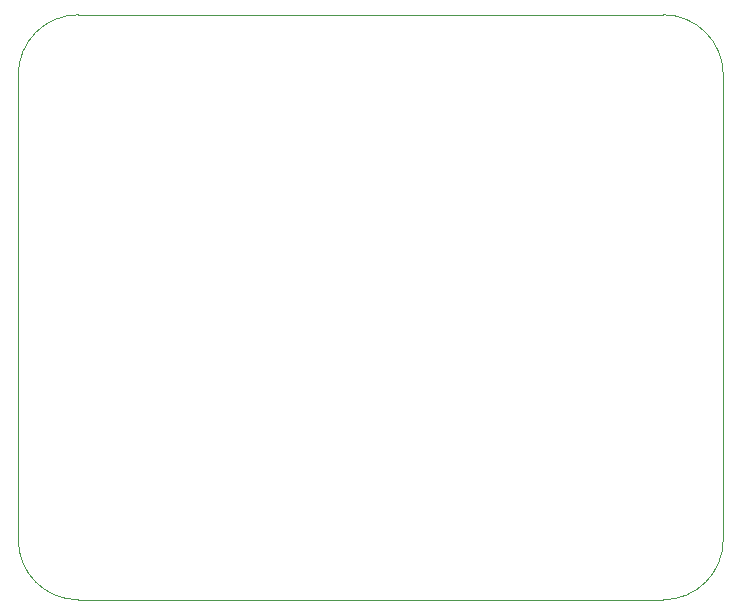
<source format=gbr>
%TF.GenerationSoftware,KiCad,Pcbnew,7.0.8*%
%TF.CreationDate,2024-09-19T01:03:28+09:00*%
%TF.ProjectId,____,fb90fa7f-2e6b-4696-9361-645f70636258,rev?*%
%TF.SameCoordinates,Original*%
%TF.FileFunction,Profile,NP*%
%FSLAX46Y46*%
G04 Gerber Fmt 4.6, Leading zero omitted, Abs format (unit mm)*
G04 Created by KiCad (PCBNEW 7.0.8) date 2024-09-19 01:03:28*
%MOMM*%
%LPD*%
G01*
G04 APERTURE LIST*
%TA.AperFunction,Profile*%
%ADD10C,0.100000*%
%TD*%
G04 APERTURE END LIST*
D10*
X35560000Y-86360000D02*
G75*
G03*
X30480000Y-91440000I0J-5080000D01*
G01*
X30480000Y-91440000D02*
X30480000Y-130810000D01*
X85090000Y-86360000D02*
X35560000Y-86360000D01*
X90170000Y-91440000D02*
G75*
G03*
X85090000Y-86360000I-5080000J0D01*
G01*
X85090000Y-135890000D02*
G75*
G03*
X90170000Y-130810000I0J5080000D01*
G01*
X30480000Y-130810000D02*
G75*
G03*
X35560000Y-135890000I5080000J0D01*
G01*
X90170000Y-130810000D02*
X90170000Y-91440000D01*
X35560000Y-135890000D02*
X85090000Y-135890000D01*
M02*

</source>
